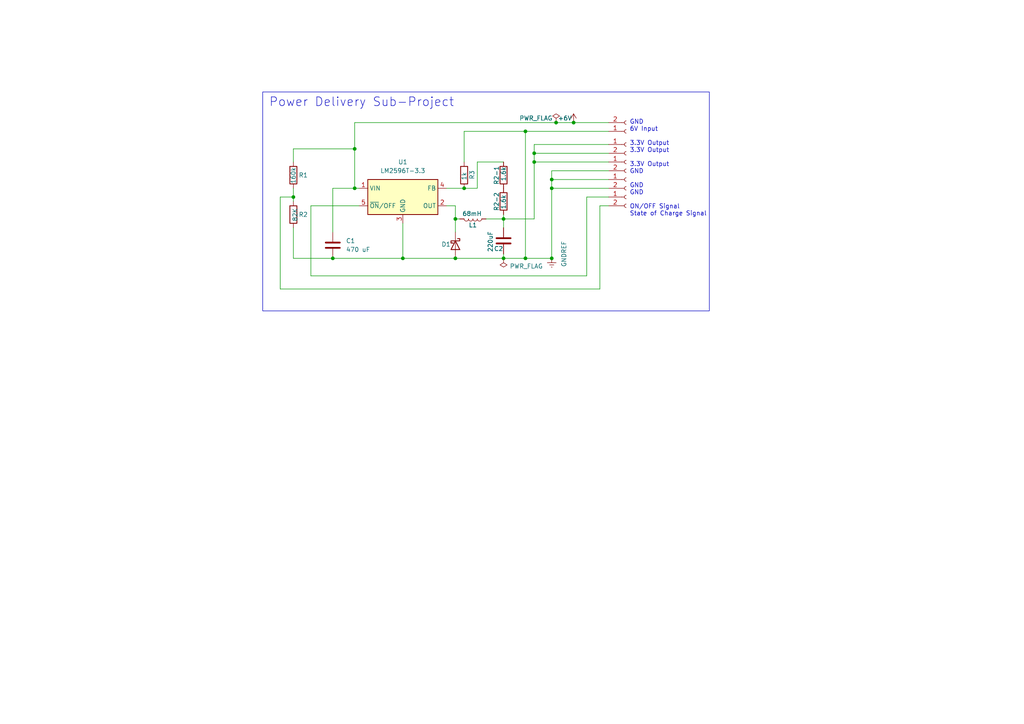
<source format=kicad_sch>
(kicad_sch (version 20231120) (generator "eeschema") (generator_version "8.0")
  (paper "A4")
  (lib_symbols
    (symbol "Connector:Conn_01x02_Socket" (pin_names (offset 1.016) hide)
      (property "Reference" "J" (at 0 2.54 0))
      (property "Value" "Conn_01x02_Socket" (at 0 -5.08 0))
      (symbol "Conn_01x02_Socket_1_1"
        (arc (start 0 -2.032) (mid -0.5058 -2.54) (end 0 -3.048) (stroke (width 0.1524)))
        (polyline (pts (xy -1.27 -2.54) (xy -0.508 -2.54)) (stroke (width 0.1524)))
        (polyline (pts (xy -1.27 0) (xy -0.508 0)) (stroke (width 0.1524)))
        (arc (start 0 0.508) (mid -0.5058 0) (end 0 -0.508) (stroke (width 0.1524)))
        (pin passive line (at -5.08 0 0) (length 3.81) (name "Pin_1") (number "1"))
        (pin passive line (at -5.08 -2.54 0) (length 3.81) (name "Pin_2") (number "2"))
      )
    )
    (symbol "Device:C" (pin_numbers hide) (pin_names (offset 0.254))
      (property "Reference" "C" (at 0.635 2.54 0))
      (property "Value" "C" (at 0.635 -2.54 0))
      (symbol "C_0_1"
        (polyline (pts (xy -2.032 -0.762) (xy 2.032 -0.762)) (stroke (width 0.508)))
        (polyline (pts (xy -2.032 0.762) (xy 2.032 0.762)) (stroke (width 0.508)))
      )
      (symbol "C_1_1"
        (pin passive line (at 0 3.81 270) (length 2.794) (name "~") (number "1"))
        (pin passive line (at 0 -3.81 90) (length 2.794) (name "~") (number "2"))
      )
    )
    (symbol "Device:D_Schottky" (pin_numbers hide) (pin_names (offset 1.016) hide)
      (property "Reference" "D" (at 0 2.54 0))
      (property "Value" "D_Schottky" (at 0 -2.54 0))
      (symbol "D_Schottky_0_1"
        (polyline (pts (xy 1.27 0) (xy -1.27 0)))
        (polyline (pts (xy 1.27 1.27) (xy 1.27 -1.27) (xy -1.27 0) (xy 1.27 1.27)) (stroke (width 0.254)))
        (polyline (pts (xy -1.905 0.635) (xy -1.905 1.27) (xy -1.27 1.27) (xy -1.27 -1.27) (xy -0.635 -1.27) (xy -0.635 -0.635)) (stroke (width 0.254)))
      )
      (symbol "D_Schottky_1_1"
        (pin passive line (at -3.81 0 0) (length 2.54) (name "K") (number "1"))
        (pin passive line (at 3.81 0 180) (length 2.54) (name "A") (number "2"))
      )
    )
    (symbol "Device:L" (pin_numbers hide) (pin_names (offset 1.016) hide)
      (property "Reference" "L" (at -1.27 0 90))
      (property "Value" "L" (at 1.905 0 90))
      (symbol "L_0_1"
        (arc (start 0 -2.54) (mid 0.6323 -1.905) (end 0 -1.27))
        (arc (start 0 -1.27) (mid 0.6323 -0.635) (end 0 0))
        (arc (start 0 0) (mid 0.6323 0.635) (end 0 1.27))
        (arc (start 0 1.27) (mid 0.6323 1.905) (end 0 2.54))
      )
      (symbol "L_1_1"
        (pin passive line (at 0 3.81 270) (length 1.27) (name "1") (number "1"))
        (pin passive line (at 0 -3.81 90) (length 1.27) (name "2") (number "2"))
      )
    )
    (symbol "Device:R" (pin_numbers hide) (pin_names (offset 0))
      (property "Reference" "R" (at 2.032 0 90))
      (property "Value" "R" (at 0 0 90))
      (symbol "R_0_1"
        (rectangle (start -1.016 -2.54) (end 1.016 2.54) (stroke (width 0.254)))
      )
      (symbol "R_1_1"
        (pin passive line (at 0 3.81 270) (length 1.27) (name "~") (number "1"))
        (pin passive line (at 0 -3.81 90) (length 1.27) (name "~") (number "2"))
      )
    )
    (symbol "Regulator_Switching:LM2596T-3.3"
      (property "Reference" "U" (at -10.16 6.35 0))
      (property "Value" "LM2596T-3.3" (at 0 6.35 0))
      (symbol "LM2596T-3.3_0_1"
        (rectangle (start -10.16 5.08) (end 10.16 -5.08) (stroke (width 0.254)) (fill (type background)))
      )
      (symbol "LM2596T-3.3_1_1"
        (pin power_in line (at -12.7 2.54 0) (length 2.54) (name "VIN") (number "1"))
        (pin output line (at 12.7 -2.54 180) (length 2.54) (name "OUT") (number "2"))
        (pin power_in line (at 0 -7.62 90) (length 2.54) (name "GND") (number "3"))
        (pin input line (at 12.7 2.54 180) (length 2.54) (name "FB") (number "4"))
        (pin input line (at -12.7 -2.54 0) (length 2.54) (name "~{ON}/OFF") (number "5"))
      )
    )
    (symbol "power:+6V" (power) (pin_numbers hide) (pin_names (offset 0) hide)
      (property "Value" "+6V" (at 0 3.556 0))
      (symbol "+6V_0_1"
        (polyline (pts (xy -0.762 1.27) (xy 0 2.54)))
        (polyline (pts (xy 0 0) (xy 0 2.54)))
        (polyline (pts (xy 0 2.54) (xy 0.762 1.27)))
      )
      (symbol "+6V_1_1"
        (pin power_in line (at 0 0 90) (length 0) (name "~") (number "1"))
      )
    )
    (symbol "power:GNDREF" (power) (pin_numbers hide) (pin_names (offset 0) hide)
      (property "Value" "GNDREF" (at 0 -3.81 0))
      (symbol "GNDREF_0_1"
        (polyline (pts (xy -0.635 -1.905) (xy 0.635 -1.905)))
        (polyline (pts (xy -0.127 -2.54) (xy 0.127 -2.54)))
        (polyline (pts (xy 0 -1.27) (xy 0 0)))
        (polyline (pts (xy 1.27 -1.27) (xy -1.27 -1.27)))
      )
      (symbol "GNDREF_1_1"
        (pin power_in line (at 0 0 270) (length 0) (name "~") (number "1"))
      )
    )
    (symbol "power:PWR_FLAG" (power) (pin_numbers hide) (pin_names (offset 0) hide)
      (property "Value" "PWR_FLAG" (at 0 3.81 0))
      (symbol "PWR_FLAG_0_0"
        (pin power_out line (at 0 0 90) (length 0) (name "~") (number "1"))
      )
      (symbol "PWR_FLAG_0_1"
        (polyline (pts (xy 0 0) (xy 0 1.27) (xy -1.016 1.905) (xy 0 2.54) (xy 1.016 1.905) (xy 0 1.27)))
      )
    )
  )
  (junction (at 160.02 74.93))
  (junction (at 132.08 74.93))
  (junction (at 102.87 43.18))
  (junction (at 134.62 54.61))
  (junction (at 166.37 35.56))
  (junction (at 96.52 74.93))
  (junction (at 160.02 52.07))
  (junction (at 160.02 54.61))
  (junction (at 152.4 38.1))
  (junction (at 132.08 63.5))
  (junction (at 146.05 63.5))
  (junction (at 152.4 74.93))
  (junction (at 116.84 74.93))
  (junction (at 154.94 44.45))
  (junction (at 161.29 35.56))
  (junction (at 102.87 54.61))
  (junction (at 85.09 57.15))
  (junction (at 154.94 46.99))
  (junction (at 146.05 74.93))
  (wire (pts (xy 132.08 59.69) (xy 129.54 59.69)))
  (wire (pts (xy 90.17 80.01) (xy 90.17 59.69)))
  (wire (pts (xy 81.28 57.15) (xy 81.28 83.82)))
  (wire (pts (xy 166.37 35.56) (xy 176.53 35.56)))
  (wire (pts (xy 85.09 66.04) (xy 85.09 74.93)))
  (wire (pts (xy 85.09 43.18) (xy 102.87 43.18)))
  (wire (pts (xy 138.43 46.99) (xy 138.43 54.61)))
  (wire (pts (xy 160.02 52.07) (xy 160.02 54.61)))
  (wire (pts (xy 152.4 74.93) (xy 152.4 38.1)))
  (wire (pts (xy 81.28 83.82) (xy 173.99 83.82)))
  (wire (pts (xy 154.94 46.99) (xy 154.94 63.5)))
  (wire (pts (xy 161.29 35.56) (xy 166.37 35.56)))
  (wire (pts (xy 173.99 59.69) (xy 176.53 59.69)))
  (wire (pts (xy 170.18 57.15) (xy 176.53 57.15)))
  (wire (pts (xy 146.05 74.93) (xy 132.08 74.93)))
  (wire (pts (xy 154.94 44.45) (xy 176.53 44.45)))
  (wire (pts (xy 134.62 38.1) (xy 134.62 46.99)))
  (wire (pts (xy 96.52 74.93) (xy 116.84 74.93)))
  (wire (pts (xy 160.02 54.61) (xy 176.53 54.61)))
  (wire (pts (xy 146.05 66.04) (xy 146.05 63.5)))
  (wire (pts (xy 146.05 63.5) (xy 154.94 63.5)))
  (wire (pts (xy 138.43 46.99) (xy 146.05 46.99)))
  (wire (pts (xy 154.94 41.91) (xy 154.94 44.45)))
  (wire (pts (xy 90.17 59.69) (xy 104.14 59.69)))
  (wire (pts (xy 173.99 83.82) (xy 173.99 59.69)))
  (wire (pts (xy 146.05 73.66) (xy 146.05 74.93)))
  (wire (pts (xy 154.94 46.99) (xy 176.53 46.99)))
  (wire (pts (xy 170.18 80.01) (xy 170.18 57.15)))
  (wire (pts (xy 96.52 54.61) (xy 96.52 67.31)))
  (wire (pts (xy 85.09 54.61) (xy 85.09 57.15)))
  (wire (pts (xy 129.54 54.61) (xy 134.62 54.61)))
  (wire (pts (xy 160.02 54.61) (xy 160.02 74.93)))
  (wire (pts (xy 132.08 63.5) (xy 132.08 67.31)))
  (wire (pts (xy 85.09 43.18) (xy 85.09 46.99)))
  (wire (pts (xy 85.09 57.15) (xy 85.09 58.42)))
  (wire (pts (xy 96.52 54.61) (xy 102.87 54.61)))
  (wire (pts (xy 81.28 57.15) (xy 85.09 57.15)))
  (wire (pts (xy 152.4 38.1) (xy 176.53 38.1)))
  (wire (pts (xy 104.14 54.61) (xy 102.87 54.61)))
  (wire (pts (xy 176.53 41.91) (xy 154.94 41.91)))
  (wire (pts (xy 160.02 49.53) (xy 160.02 52.07)))
  (wire (pts (xy 133.35 63.5) (xy 132.08 63.5)))
  (wire (pts (xy 160.02 49.53) (xy 176.53 49.53)))
  (wire (pts (xy 116.84 74.93) (xy 132.08 74.93)))
  (wire (pts (xy 90.17 80.01) (xy 170.18 80.01)))
  (wire (pts (xy 140.97 63.5) (xy 146.05 63.5)))
  (wire (pts (xy 134.62 54.61) (xy 138.43 54.61)))
  (wire (pts (xy 85.09 74.93) (xy 96.52 74.93)))
  (wire (pts (xy 102.87 43.18) (xy 102.87 35.56)))
  (wire (pts (xy 146.05 62.23) (xy 146.05 63.5)))
  (wire (pts (xy 160.02 52.07) (xy 176.53 52.07)))
  (wire (pts (xy 160.02 74.93) (xy 152.4 74.93)))
  (wire (pts (xy 134.62 38.1) (xy 152.4 38.1)))
  (wire (pts (xy 146.05 74.93) (xy 152.4 74.93)))
  (wire (pts (xy 154.94 44.45) (xy 154.94 46.99)))
  (wire (pts (xy 102.87 35.56) (xy 161.29 35.56)))
  (wire (pts (xy 116.84 64.77) (xy 116.84 74.93)))
  (wire (pts (xy 132.08 59.69) (xy 132.08 63.5)))
  (wire (pts (xy 102.87 43.18) (xy 102.87 54.61)))
  (rectangle (start 76.2 26.67) (end 205.74 90.17))
  (text "Power Delivery Sub-Project" (at 104.902 29.718 0) (effects (font (size 2.54 2.54))))
  (text "GND\n6V Input\n\n3.3V Output\n3.3V Output\n\n3.3V Output\nGND\n\nGND\nGND\n\nON/OFF Signal\nState of Charge Signal" (at 182.626 48.768 0) (effects (font (size 1.27 1.27)) (justify left)))
  (symbol (lib_id "power:PWR_FLAG") (at 146.05 74.93 180) (unit 1)
    (property "Reference" "#FLG01" (effects (hide yes)))
    (property "Value" "PWR_FLAG" (at 147.828 77.216 0) (effects (justify right)))
    (property "Description" "Special symbol for telling ERC where power comes from" (effects (hide yes)))
  )
  (symbol (lib_id "Connector:Conn_01x02_Socket") (at 181.61 38.1 0) (mirror x) (unit 1)
    (property "Reference" "6V" (effects (hide yes)))
    (property "Value" "Conn_01x02_Socket" (effects (hide yes)))
    (property "Footprint" "Connector_PinSocket_2.54mm:PinSocket_1x02_P2.54mm_Vertical" (effects (hide yes)))
    (property "Description" "Generic connector, single row, 01x02, script generated" (effects (hide yes)))
  )
  (symbol (lib_id "Device:R") (at 85.09 62.23 0) (unit 1)
    (property "Reference" "R2" (at 86.614 62.23 0) (effects (justify left)))
    (property "Value" "82K" (at 85.598 64.262 90) (effects (justify left)))
    (property "Footprint" "Resistor_THT:R_Axial_DIN0207_L6.3mm_D2.5mm_P7.62mm_Horizontal" (effects (hide yes)))
    (property "Description" "Resistor" (effects (hide yes)))
  )
  (symbol (lib_id "Device:R") (at 146.05 50.8 0) (unit 1)
    (property "Reference" "R2-1" (at 144.018 53.594 90) (effects (justify left)))
    (property "Value" "1.6k" (at 146.05 52.578 90) (effects (justify left)))
    (property "Footprint" "Resistor_THT:R_Axial_DIN0207_L6.3mm_D2.5mm_P7.62mm_Horizontal" (effects (hide yes)))
    (property "Description" "Resistor" (effects (hide yes)))
    (property "Sim.Device" "R" (effects (hide yes)))
    (property "Sim.Pins" "1=+ 2=-" (effects (hide yes)))
  )
  (symbol (lib_id "Device:R") (at 85.09 50.8 0) (unit 1)
    (property "Reference" "R1" (at 86.614 50.8 0) (effects (justify left)))
    (property "Value" "160k" (at 85.09 53.34 90) (effects (justify left)))
    (property "Footprint" "Resistor_THT:R_Axial_DIN0207_L6.3mm_D2.5mm_P7.62mm_Horizontal" (effects (hide yes)))
    (property "Description" "Resistor" (effects (hide yes)))
  )
  (symbol (lib_id "Device:R") (at 134.62 50.8 0) (unit 1)
    (property "Reference" "R3" (at 136.906 52.07 90) (effects (justify left)))
    (property "Value" "1k" (at 134.62 52.324 90) (effects (justify left)))
    (property "Footprint" "Resistor_THT:R_Axial_DIN0207_L6.3mm_D2.5mm_P7.62mm_Horizontal" (effects (hide yes)))
    (property "Description" "Resistor" (effects (hide yes)))
  )
  (symbol (lib_id "Regulator_Switching:LM2596T-3.3") (at 116.84 57.15 0) (unit 1)
    (property "Reference" "U1" (at 116.84 46.99 0))
    (property "Value" "LM2596T-3.3" (at 116.84 49.53 0))
    (property "Footprint" "Package_TO_SOT_THT:TO-220-5_P3.4x3.7mm_StaggerOdd_Lead3.8mm_Vertical" (effects (hide yes)))
    (property "Datasheet" "http://www.ti.com/lit/ds/symlink/lm2596.pdf" (effects (hide yes)))
    (property "Description" "3.3V 3A 150kHz Step-Down Voltage Regulator, TO-220" (effects (hide yes)))
    (property "Sim.Library" "C:\\Users\\srbye\\OneDrive\\Documents\\KiCad\\8.0\\SIMULATIONS\\LM2596_3P3_TRANS-PSpiceFiles\\LM2596_3P3 Inverting Regulator\\trans.sim" (effects (hide yes)))
  )
  (symbol (lib_id "power:+6V") (at 166.37 35.56 0) (unit 1)
    (property "Reference" "#PWR02" (effects (hide yes)))
    (property "Value" "+6V" (at 163.83 34.29 0))
    (property "Description" "Power symbol creates a global label with name \"+6V\"" (effects (hide yes)))
  )
  (symbol (lib_id "power:PWR_FLAG") (at 161.29 35.56 0) (unit 1)
    (property "Reference" "#FLG02" (effects (hide yes)))
    (property "Value" "PWR_FLAG" (at 155.448 34.29 0))
    (property "Description" "Special symbol for telling ERC where power comes from" (effects (hide yes)))
  )
  (symbol (lib_id "Device:D_Schottky") (at 132.08 71.12 270) (unit 1) (exclude_from_sim yes)
    (property "Reference" "D1" (at 128.016 70.866 90) (effects (justify left)))
    (property "Value" "D_Schottky" (effects (hide yes)))
    (property "Footprint" "SchottkyDIodeFor491:DIOAD1990W125L840D530" (effects (hide yes)))
    (property "Description" "Schottky diode" (effects (hide yes)))
    (property "Sim.Device" "D" (effects (hide yes)))
    (property "Sim.Pins" "1=A 2=K" (effects (hide yes)))
  )
  (symbol (lib_id "Device:L") (at 137.16 63.5 270) (unit 1)
    (property "Reference" "L1" (at 137.16 65.278 90))
    (property "Value" "68mH" (at 136.906 61.976 90))
    (property "Footprint" "Inductor_THT:L_Radial_D12.0mm_P6.00mm_Murata_1900R" (effects (hide yes)))
    (property "Description" "Inductor" (effects (hide yes)))
    (property "Sim.Device" "L" (effects (hide yes)))
    (property "Sim.Pins" "1=+ 2=-" (effects (hide yes)))
  )
  (symbol (lib_id "Connector:Conn_01x02_Socket") (at 181.61 46.99 0) (unit 1)
    (property "Reference" "J3" (effects (hide yes)))
    (property "Value" "Conn_01x02_Socket" (effects (hide yes)))
    (property "Footprint" "Connector_PinSocket_2.54mm:PinSocket_1x02_P2.54mm_Vertical" (effects (hide yes)))
    (property "Description" "Generic connector, single row, 01x02, script generated" (effects (hide yes)))
  )
  (symbol (lib_id "Device:R") (at 146.05 58.42 0) (unit 1)
    (property "Reference" "R2-2" (at 144.018 61.214 90) (effects (justify left)))
    (property "Value" "1.6k" (at 146.05 60.706 90) (effects (justify left)))
    (property "Footprint" "Resistor_THT:R_Axial_DIN0207_L6.3mm_D2.5mm_P7.62mm_Horizontal" (effects (hide yes)))
    (property "Description" "Resistor" (effects (hide yes)))
  )
  (symbol (lib_id "Connector:Conn_01x02_Socket") (at 181.61 41.91 0) (unit 1)
    (property "Reference" "3.3V" (effects (hide yes)))
    (property "Value" "Conn_01x02_Socket" (effects (hide yes)))
    (property "Footprint" "Connector_PinSocket_2.54mm:PinSocket_1x02_P2.54mm_Vertical" (effects (hide yes)))
    (property "Description" "Generic connector, single row, 01x02, script generated" (effects (hide yes)))
  )
  (symbol (lib_id "Device:C") (at 146.05 69.85 0) (unit 1)
    (property "Reference" "C2" (at 143.256 72.136 0) (effects (justify left)))
    (property "Value" "220uF" (at 142.24 73.152 90) (effects (justify left)))
    (property "Footprint" "220UFRadialTHCAP:220uFRadialTHCAP" (effects (hide yes)))
    (property "Description" "Unpolarized capacitor" (effects (hide yes)))
    (property "Sim.Device" "C" (effects (hide yes)))
    (property "Sim.Pins" "1=+ 2=-" (effects (hide yes)))
  )
  (symbol (lib_id "Device:C") (at 96.52 71.12 0) (unit 1)
    (property "Reference" "C1" (at 100.33 69.8499 0) (effects (justify left)))
    (property "Value" "470 uF" (at 100.33 72.3899 0) (effects (justify left)))
    (property "Footprint" "Capacitor_THT:CP_Radial_D10.0mm_P5.00mm" (effects (hide yes)))
    (property "Description" "Unpolarized capacitor" (effects (hide yes)))
  )
  (symbol (lib_id "power:GNDREF") (at 160.02 74.93 0) (unit 1)
    (property "Reference" "#PWR01" (effects (hide yes)))
    (property "Value" "GNDREF" (at 163.576 73.66 90))
    (property "Description" "Power symbol creates a global label with name \"GNDREF\" , reference supply ground" (effects (hide yes)))
  )
  (symbol (lib_id "Connector:Conn_01x02_Socket") (at 181.61 52.07 0) (unit 1)
    (property "Reference" "J4" (effects (hide yes)))
    (property "Value" "Conn_01x02_Socket" (effects (hide yes)))
    (property "Footprint" "Connector_PinSocket_2.54mm:PinSocket_1x02_P2.54mm_Vertical" (effects (hide yes)))
    (property "Description" "Generic connector, single row, 01x02, script generated" (effects (hide yes)))
  )
  (symbol (lib_id "Connector:Conn_01x02_Socket") (at 181.61 57.15 0) (unit 1)
    (property "Reference" "J5" (effects (hide yes)))
    (property "Value" "Conn_01x02_Socket" (effects (hide yes)))
    (property "Footprint" "Connector_PinSocket_2.54mm:PinSocket_1x02_P2.54mm_Vertical" (effects (hide yes)))
    (property "Description" "Generic connector, single row, 01x02, script generated" (effects (hide yes)))
  )
)
</source>
